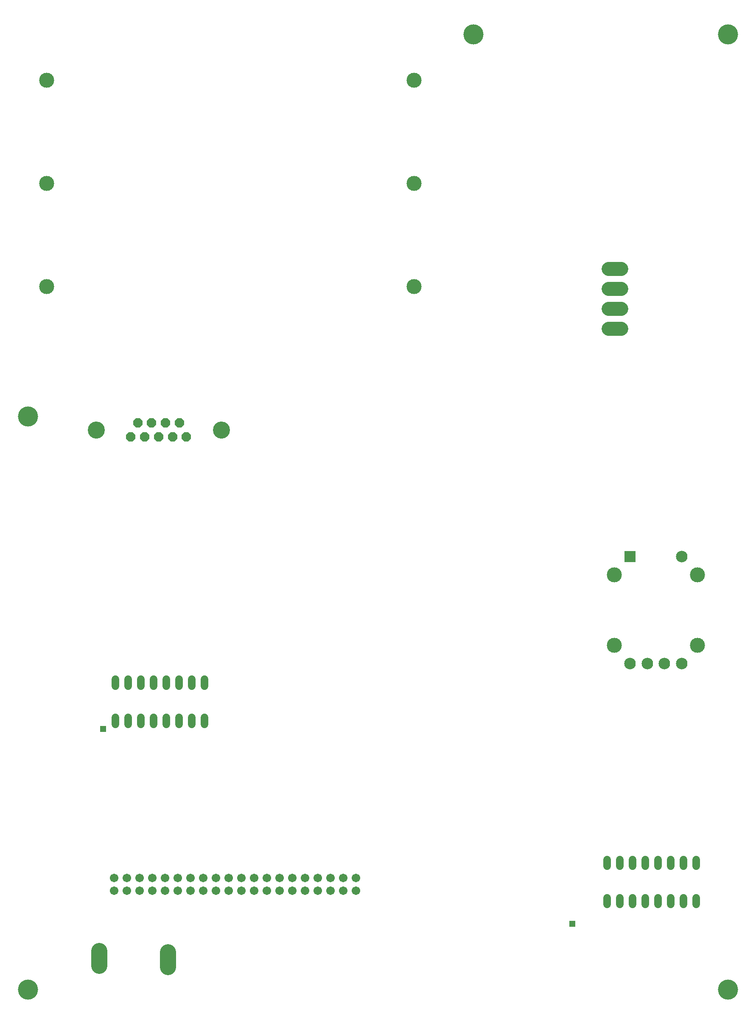
<source format=gts>
G75*
%MOIN*%
%OFA0B0*%
%FSLAX25Y25*%
%IPPOS*%
%LPD*%
%AMOC8*
5,1,8,0,0,1.08239X$1,22.5*
%
%ADD10C,0.15750*%
%ADD11C,0.06737*%
%ADD12OC8,0.07296*%
%ADD13C,0.13398*%
%ADD14C,0.11824*%
%ADD15C,0.09068*%
%ADD16R,0.09068X0.09068*%
%ADD17C,0.12650*%
%ADD18C,0.06000*%
%ADD19C,0.10839*%
%ADD20R,0.04762X0.04762*%
D10*
X0026800Y0027800D03*
X0026800Y0477800D03*
X0376800Y0777800D03*
X0576800Y0777800D03*
X0576800Y0027800D03*
D11*
X0284300Y0105300D03*
X0284300Y0115300D03*
X0274300Y0115300D03*
X0274300Y0105300D03*
X0264300Y0105300D03*
X0264300Y0115300D03*
X0254300Y0115300D03*
X0254300Y0105300D03*
X0244300Y0105300D03*
X0244300Y0115300D03*
X0234300Y0115300D03*
X0234300Y0105300D03*
X0224300Y0105300D03*
X0224300Y0115300D03*
X0214300Y0115300D03*
X0214300Y0105300D03*
X0204300Y0105300D03*
X0204300Y0115300D03*
X0194300Y0115300D03*
X0194300Y0105300D03*
X0184300Y0105300D03*
X0184300Y0115300D03*
X0174300Y0115300D03*
X0174300Y0105300D03*
X0164300Y0105300D03*
X0164300Y0115300D03*
X0154300Y0115300D03*
X0154300Y0105300D03*
X0144300Y0105300D03*
X0144300Y0115300D03*
X0134300Y0115300D03*
X0134300Y0105300D03*
X0124300Y0105300D03*
X0124300Y0115300D03*
X0114300Y0115300D03*
X0114300Y0105300D03*
X0104300Y0105300D03*
X0104300Y0115300D03*
X0094300Y0115300D03*
X0094300Y0105300D03*
D12*
X0107565Y0461670D03*
X0113017Y0472851D03*
X0118470Y0461670D03*
X0123923Y0472851D03*
X0129376Y0461670D03*
X0140281Y0461670D03*
X0134828Y0472851D03*
X0145734Y0472851D03*
X0151187Y0461670D03*
D13*
X0178667Y0467261D03*
X0080281Y0467261D03*
D14*
X0041550Y0579800D03*
X0041550Y0660800D03*
X0041550Y0741800D03*
X0330050Y0741800D03*
X0330050Y0660800D03*
X0330050Y0579800D03*
X0487300Y0353400D03*
X0487300Y0298200D03*
X0552800Y0298200D03*
X0552800Y0353400D03*
D15*
X0540300Y0367800D03*
X0540300Y0283800D03*
X0526800Y0283800D03*
X0513300Y0283800D03*
X0499800Y0283800D03*
D16*
X0499800Y0367800D03*
D17*
X0136800Y0057225D02*
X0136800Y0045375D01*
X0082800Y0046375D02*
X0082800Y0058225D01*
D18*
X0095300Y0236200D02*
X0095300Y0241400D01*
X0105300Y0241400D02*
X0105300Y0236200D01*
X0115300Y0236200D02*
X0115300Y0241400D01*
X0125300Y0241400D02*
X0125300Y0236200D01*
X0135300Y0236200D02*
X0135300Y0241400D01*
X0145300Y0241400D02*
X0145300Y0236200D01*
X0155300Y0236200D02*
X0155300Y0241400D01*
X0165300Y0241400D02*
X0165300Y0236200D01*
X0165300Y0266200D02*
X0165300Y0271400D01*
X0155300Y0271400D02*
X0155300Y0266200D01*
X0145300Y0266200D02*
X0145300Y0271400D01*
X0135300Y0271400D02*
X0135300Y0266200D01*
X0125300Y0266200D02*
X0125300Y0271400D01*
X0115300Y0271400D02*
X0115300Y0266200D01*
X0105300Y0266200D02*
X0105300Y0271400D01*
X0095300Y0271400D02*
X0095300Y0266200D01*
X0481800Y0129900D02*
X0481800Y0124700D01*
X0491800Y0124700D02*
X0491800Y0129900D01*
X0501800Y0129900D02*
X0501800Y0124700D01*
X0511800Y0124700D02*
X0511800Y0129900D01*
X0521800Y0129900D02*
X0521800Y0124700D01*
X0531800Y0124700D02*
X0531800Y0129900D01*
X0541800Y0129900D02*
X0541800Y0124700D01*
X0551800Y0124700D02*
X0551800Y0129900D01*
X0551800Y0099900D02*
X0551800Y0094700D01*
X0541800Y0094700D02*
X0541800Y0099900D01*
X0531800Y0099900D02*
X0531800Y0094700D01*
X0521800Y0094700D02*
X0521800Y0099900D01*
X0511800Y0099900D02*
X0511800Y0094700D01*
X0501800Y0094700D02*
X0501800Y0099900D01*
X0491800Y0099900D02*
X0491800Y0094700D01*
X0481800Y0094700D02*
X0481800Y0099900D01*
D19*
X0482780Y0546914D02*
X0492820Y0546914D01*
X0492820Y0562505D02*
X0482780Y0562505D01*
X0482780Y0578095D02*
X0492820Y0578095D01*
X0492820Y0593686D02*
X0482780Y0593686D01*
D20*
X0454300Y0079300D03*
X0085800Y0232300D03*
M02*

</source>
